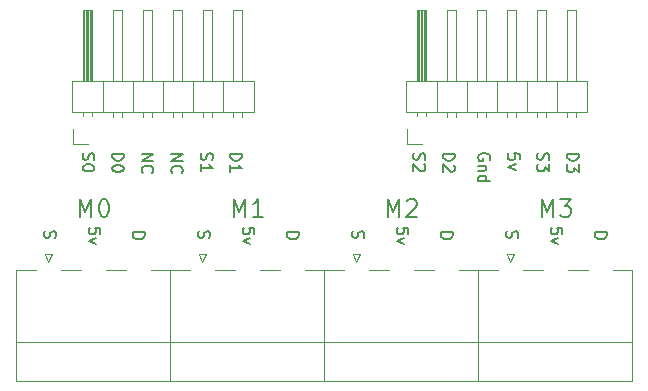
<source format=gbr>
G04 #@! TF.GenerationSoftware,KiCad,Pcbnew,(5.1.5)-3*
G04 #@! TF.CreationDate,2020-03-16T11:49:10-04:00*
G04 #@! TF.ProjectId,Step_Direction_Board,53746570-5f44-4697-9265-6374696f6e5f,rev?*
G04 #@! TF.SameCoordinates,PX7270e00PY78a3ca0*
G04 #@! TF.FileFunction,Legend,Top*
G04 #@! TF.FilePolarity,Positive*
%FSLAX46Y46*%
G04 Gerber Fmt 4.6, Leading zero omitted, Abs format (unit mm)*
G04 Created by KiCad (PCBNEW (5.1.5)-3) date 2020-03-16 11:49:10*
%MOMM*%
%LPD*%
G04 APERTURE LIST*
%ADD10C,0.150000*%
%ADD11C,0.120000*%
G04 APERTURE END LIST*
D10*
X53047619Y15164405D02*
X54047619Y15164405D01*
X54047619Y14926310D01*
X54000000Y14783453D01*
X53904761Y14688215D01*
X53809523Y14640596D01*
X53619047Y14592977D01*
X53476190Y14592977D01*
X53285714Y14640596D01*
X53190476Y14688215D01*
X53095238Y14783453D01*
X53047619Y14926310D01*
X53047619Y15164405D01*
X54047619Y14259643D02*
X54047619Y13640596D01*
X53666666Y13973929D01*
X53666666Y13831072D01*
X53619047Y13735834D01*
X53571428Y13688215D01*
X53476190Y13640596D01*
X53238095Y13640596D01*
X53142857Y13688215D01*
X53095238Y13735834D01*
X53047619Y13831072D01*
X53047619Y14116786D01*
X53095238Y14212024D01*
X53142857Y14259643D01*
X50595238Y15212024D02*
X50547619Y15069167D01*
X50547619Y14831072D01*
X50595238Y14735834D01*
X50642857Y14688215D01*
X50738095Y14640596D01*
X50833333Y14640596D01*
X50928571Y14688215D01*
X50976190Y14735834D01*
X51023809Y14831072D01*
X51071428Y15021548D01*
X51119047Y15116786D01*
X51166666Y15164405D01*
X51261904Y15212024D01*
X51357142Y15212024D01*
X51452380Y15164405D01*
X51500000Y15116786D01*
X51547619Y15021548D01*
X51547619Y14783453D01*
X51500000Y14640596D01*
X51547619Y14307262D02*
X51547619Y13688215D01*
X51166666Y14021548D01*
X51166666Y13878691D01*
X51119047Y13783453D01*
X51071428Y13735834D01*
X50976190Y13688215D01*
X50738095Y13688215D01*
X50642857Y13735834D01*
X50595238Y13783453D01*
X50547619Y13878691D01*
X50547619Y14164405D01*
X50595238Y14259643D01*
X50642857Y14307262D01*
X42547619Y15164405D02*
X43547619Y15164405D01*
X43547619Y14926310D01*
X43500000Y14783453D01*
X43404761Y14688215D01*
X43309523Y14640596D01*
X43119047Y14592977D01*
X42976190Y14592977D01*
X42785714Y14640596D01*
X42690476Y14688215D01*
X42595238Y14783453D01*
X42547619Y14926310D01*
X42547619Y15164405D01*
X43452380Y14212024D02*
X43500000Y14164405D01*
X43547619Y14069167D01*
X43547619Y13831072D01*
X43500000Y13735834D01*
X43452380Y13688215D01*
X43357142Y13640596D01*
X43261904Y13640596D01*
X43119047Y13688215D01*
X42547619Y14259643D01*
X42547619Y13640596D01*
X40095238Y15212024D02*
X40047619Y15069167D01*
X40047619Y14831072D01*
X40095238Y14735834D01*
X40142857Y14688215D01*
X40238095Y14640596D01*
X40333333Y14640596D01*
X40428571Y14688215D01*
X40476190Y14735834D01*
X40523809Y14831072D01*
X40571428Y15021548D01*
X40619047Y15116786D01*
X40666666Y15164405D01*
X40761904Y15212024D01*
X40857142Y15212024D01*
X40952380Y15164405D01*
X41000000Y15116786D01*
X41047619Y15021548D01*
X41047619Y14783453D01*
X41000000Y14640596D01*
X40952380Y14259643D02*
X41000000Y14212024D01*
X41047619Y14116786D01*
X41047619Y13878691D01*
X41000000Y13783453D01*
X40952380Y13735834D01*
X40857142Y13688215D01*
X40761904Y13688215D01*
X40619047Y13735834D01*
X40047619Y14307262D01*
X40047619Y13688215D01*
X24547619Y15164405D02*
X25547619Y15164405D01*
X25547619Y14926310D01*
X25500000Y14783453D01*
X25404761Y14688215D01*
X25309523Y14640596D01*
X25119047Y14592977D01*
X24976190Y14592977D01*
X24785714Y14640596D01*
X24690476Y14688215D01*
X24595238Y14783453D01*
X24547619Y14926310D01*
X24547619Y15164405D01*
X24547619Y13640596D02*
X24547619Y14212024D01*
X24547619Y13926310D02*
X25547619Y13926310D01*
X25404761Y14021548D01*
X25309523Y14116786D01*
X25261904Y14212024D01*
X22095238Y15212024D02*
X22047619Y15069167D01*
X22047619Y14831072D01*
X22095238Y14735834D01*
X22142857Y14688215D01*
X22238095Y14640596D01*
X22333333Y14640596D01*
X22428571Y14688215D01*
X22476190Y14735834D01*
X22523809Y14831072D01*
X22571428Y15021548D01*
X22619047Y15116786D01*
X22666666Y15164405D01*
X22761904Y15212024D01*
X22857142Y15212024D01*
X22952380Y15164405D01*
X23000000Y15116786D01*
X23047619Y15021548D01*
X23047619Y14783453D01*
X23000000Y14640596D01*
X22047619Y13688215D02*
X22047619Y14259643D01*
X22047619Y13973929D02*
X23047619Y13973929D01*
X22904761Y14069167D01*
X22809523Y14164405D01*
X22761904Y14259643D01*
X19547619Y15164405D02*
X20547619Y15164405D01*
X19547619Y14592977D01*
X20547619Y14592977D01*
X19642857Y13545358D02*
X19595238Y13592977D01*
X19547619Y13735834D01*
X19547619Y13831072D01*
X19595238Y13973929D01*
X19690476Y14069167D01*
X19785714Y14116786D01*
X19976190Y14164405D01*
X20119047Y14164405D01*
X20309523Y14116786D01*
X20404761Y14069167D01*
X20500000Y13973929D01*
X20547619Y13831072D01*
X20547619Y13735834D01*
X20500000Y13592977D01*
X20452380Y13545358D01*
X17047619Y15164405D02*
X18047619Y15164405D01*
X17047619Y14592977D01*
X18047619Y14592977D01*
X17142857Y13545358D02*
X17095238Y13592977D01*
X17047619Y13735834D01*
X17047619Y13831072D01*
X17095238Y13973929D01*
X17190476Y14069167D01*
X17285714Y14116786D01*
X17476190Y14164405D01*
X17619047Y14164405D01*
X17809523Y14116786D01*
X17904761Y14069167D01*
X18000000Y13973929D01*
X18047619Y13831072D01*
X18047619Y13735834D01*
X18000000Y13592977D01*
X17952380Y13545358D01*
X14547619Y15164405D02*
X15547619Y15164405D01*
X15547619Y14926310D01*
X15500000Y14783453D01*
X15404761Y14688215D01*
X15309523Y14640596D01*
X15119047Y14592977D01*
X14976190Y14592977D01*
X14785714Y14640596D01*
X14690476Y14688215D01*
X14595238Y14783453D01*
X14547619Y14926310D01*
X14547619Y15164405D01*
X15547619Y13973929D02*
X15547619Y13878691D01*
X15500000Y13783453D01*
X15452380Y13735834D01*
X15357142Y13688215D01*
X15166666Y13640596D01*
X14928571Y13640596D01*
X14738095Y13688215D01*
X14642857Y13735834D01*
X14595238Y13783453D01*
X14547619Y13878691D01*
X14547619Y13973929D01*
X14595238Y14069167D01*
X14642857Y14116786D01*
X14738095Y14164405D01*
X14928571Y14212024D01*
X15166666Y14212024D01*
X15357142Y14164405D01*
X15452380Y14116786D01*
X15500000Y14069167D01*
X15547619Y13973929D01*
X12095238Y15212024D02*
X12047619Y15069167D01*
X12047619Y14831072D01*
X12095238Y14735834D01*
X12142857Y14688215D01*
X12238095Y14640596D01*
X12333333Y14640596D01*
X12428571Y14688215D01*
X12476190Y14735834D01*
X12523809Y14831072D01*
X12571428Y15021548D01*
X12619047Y15116786D01*
X12666666Y15164405D01*
X12761904Y15212024D01*
X12857142Y15212024D01*
X12952380Y15164405D01*
X13000000Y15116786D01*
X13047619Y15021548D01*
X13047619Y14783453D01*
X13000000Y14640596D01*
X13047619Y14021548D02*
X13047619Y13926310D01*
X13000000Y13831072D01*
X12952380Y13783453D01*
X12857142Y13735834D01*
X12666666Y13688215D01*
X12428571Y13688215D01*
X12238095Y13735834D01*
X12142857Y13783453D01*
X12095238Y13831072D01*
X12047619Y13926310D01*
X12047619Y14021548D01*
X12095238Y14116786D01*
X12142857Y14164405D01*
X12238095Y14212024D01*
X12428571Y14259643D01*
X12666666Y14259643D01*
X12857142Y14212024D01*
X12952380Y14164405D01*
X13000000Y14116786D01*
X13047619Y14021548D01*
X55417619Y8511905D02*
X56417619Y8511905D01*
X56417619Y8273810D01*
X56370000Y8130953D01*
X56274761Y8035715D01*
X56179523Y7988096D01*
X55989047Y7940477D01*
X55846190Y7940477D01*
X55655714Y7988096D01*
X55560476Y8035715D01*
X55465238Y8130953D01*
X55417619Y8273810D01*
X55417619Y8511905D01*
X42377619Y8511905D02*
X43377619Y8511905D01*
X43377619Y8273810D01*
X43330000Y8130953D01*
X43234761Y8035715D01*
X43139523Y7988096D01*
X42949047Y7940477D01*
X42806190Y7940477D01*
X42615714Y7988096D01*
X42520476Y8035715D01*
X42425238Y8130953D01*
X42377619Y8273810D01*
X42377619Y8511905D01*
X29337619Y8511905D02*
X30337619Y8511905D01*
X30337619Y8273810D01*
X30290000Y8130953D01*
X30194761Y8035715D01*
X30099523Y7988096D01*
X29909047Y7940477D01*
X29766190Y7940477D01*
X29575714Y7988096D01*
X29480476Y8035715D01*
X29385238Y8130953D01*
X29337619Y8273810D01*
X29337619Y8511905D01*
X52667619Y8392858D02*
X52667619Y8869048D01*
X52191428Y8916667D01*
X52239047Y8869048D01*
X52286666Y8773810D01*
X52286666Y8535715D01*
X52239047Y8440477D01*
X52191428Y8392858D01*
X52096190Y8345239D01*
X51858095Y8345239D01*
X51762857Y8392858D01*
X51715238Y8440477D01*
X51667619Y8535715D01*
X51667619Y8773810D01*
X51715238Y8869048D01*
X51762857Y8916667D01*
X52334285Y8011905D02*
X51667619Y7773810D01*
X52334285Y7535715D01*
X39627619Y8392858D02*
X39627619Y8869048D01*
X39151428Y8916667D01*
X39199047Y8869048D01*
X39246666Y8773810D01*
X39246666Y8535715D01*
X39199047Y8440477D01*
X39151428Y8392858D01*
X39056190Y8345239D01*
X38818095Y8345239D01*
X38722857Y8392858D01*
X38675238Y8440477D01*
X38627619Y8535715D01*
X38627619Y8773810D01*
X38675238Y8869048D01*
X38722857Y8916667D01*
X39294285Y8011905D02*
X38627619Y7773810D01*
X39294285Y7535715D01*
X26587619Y8392858D02*
X26587619Y8869048D01*
X26111428Y8916667D01*
X26159047Y8869048D01*
X26206666Y8773810D01*
X26206666Y8535715D01*
X26159047Y8440477D01*
X26111428Y8392858D01*
X26016190Y8345239D01*
X25778095Y8345239D01*
X25682857Y8392858D01*
X25635238Y8440477D01*
X25587619Y8535715D01*
X25587619Y8773810D01*
X25635238Y8869048D01*
X25682857Y8916667D01*
X26254285Y8011905D02*
X25587619Y7773810D01*
X26254285Y7535715D01*
X47965238Y8609405D02*
X47917619Y8466548D01*
X47917619Y8228453D01*
X47965238Y8133215D01*
X48012857Y8085596D01*
X48108095Y8037977D01*
X48203333Y8037977D01*
X48298571Y8085596D01*
X48346190Y8133215D01*
X48393809Y8228453D01*
X48441428Y8418929D01*
X48489047Y8514167D01*
X48536666Y8561786D01*
X48631904Y8609405D01*
X48727142Y8609405D01*
X48822380Y8561786D01*
X48870000Y8514167D01*
X48917619Y8418929D01*
X48917619Y8180834D01*
X48870000Y8037977D01*
X34925238Y8609405D02*
X34877619Y8466548D01*
X34877619Y8228453D01*
X34925238Y8133215D01*
X34972857Y8085596D01*
X35068095Y8037977D01*
X35163333Y8037977D01*
X35258571Y8085596D01*
X35306190Y8133215D01*
X35353809Y8228453D01*
X35401428Y8418929D01*
X35449047Y8514167D01*
X35496666Y8561786D01*
X35591904Y8609405D01*
X35687142Y8609405D01*
X35782380Y8561786D01*
X35830000Y8514167D01*
X35877619Y8418929D01*
X35877619Y8180834D01*
X35830000Y8037977D01*
X21885238Y8609405D02*
X21837619Y8466548D01*
X21837619Y8228453D01*
X21885238Y8133215D01*
X21932857Y8085596D01*
X22028095Y8037977D01*
X22123333Y8037977D01*
X22218571Y8085596D01*
X22266190Y8133215D01*
X22313809Y8228453D01*
X22361428Y8418929D01*
X22409047Y8514167D01*
X22456666Y8561786D01*
X22551904Y8609405D01*
X22647142Y8609405D01*
X22742380Y8561786D01*
X22790000Y8514167D01*
X22837619Y8418929D01*
X22837619Y8180834D01*
X22790000Y8037977D01*
X46500000Y14640596D02*
X46547619Y14735834D01*
X46547619Y14878691D01*
X46500000Y15021548D01*
X46404761Y15116786D01*
X46309523Y15164405D01*
X46119047Y15212024D01*
X45976190Y15212024D01*
X45785714Y15164405D01*
X45690476Y15116786D01*
X45595238Y15021548D01*
X45547619Y14878691D01*
X45547619Y14783453D01*
X45595238Y14640596D01*
X45642857Y14592977D01*
X45976190Y14592977D01*
X45976190Y14783453D01*
X46214285Y14164405D02*
X45547619Y14164405D01*
X46119047Y14164405D02*
X46166666Y14116786D01*
X46214285Y14021548D01*
X46214285Y13878691D01*
X46166666Y13783453D01*
X46071428Y13735834D01*
X45547619Y13735834D01*
X45547619Y12831072D02*
X46547619Y12831072D01*
X45595238Y12831072D02*
X45547619Y12926310D01*
X45547619Y13116786D01*
X45595238Y13212024D01*
X45642857Y13259643D01*
X45738095Y13307262D01*
X46023809Y13307262D01*
X46119047Y13259643D01*
X46166666Y13212024D01*
X46214285Y13116786D01*
X46214285Y12926310D01*
X46166666Y12831072D01*
X49047619Y14688215D02*
X49047619Y15164405D01*
X48571428Y15212024D01*
X48619047Y15164405D01*
X48666666Y15069167D01*
X48666666Y14831072D01*
X48619047Y14735834D01*
X48571428Y14688215D01*
X48476190Y14640596D01*
X48238095Y14640596D01*
X48142857Y14688215D01*
X48095238Y14735834D01*
X48047619Y14831072D01*
X48047619Y15069167D01*
X48095238Y15164405D01*
X48142857Y15212024D01*
X48714285Y14307262D02*
X48047619Y14069167D01*
X48714285Y13831072D01*
X50905714Y9821429D02*
X50905714Y11321429D01*
X51405714Y10250000D01*
X51905714Y11321429D01*
X51905714Y9821429D01*
X52477142Y11321429D02*
X53405714Y11321429D01*
X52905714Y10750000D01*
X53120000Y10750000D01*
X53262857Y10678572D01*
X53334285Y10607143D01*
X53405714Y10464286D01*
X53405714Y10107143D01*
X53334285Y9964286D01*
X53262857Y9892858D01*
X53120000Y9821429D01*
X52691428Y9821429D01*
X52548571Y9892858D01*
X52477142Y9964286D01*
X37865714Y9821429D02*
X37865714Y11321429D01*
X38365714Y10250000D01*
X38865714Y11321429D01*
X38865714Y9821429D01*
X39508571Y11178572D02*
X39580000Y11250000D01*
X39722857Y11321429D01*
X40080000Y11321429D01*
X40222857Y11250000D01*
X40294285Y11178572D01*
X40365714Y11035715D01*
X40365714Y10892858D01*
X40294285Y10678572D01*
X39437142Y9821429D01*
X40365714Y9821429D01*
X24825714Y9821429D02*
X24825714Y11321429D01*
X25325714Y10250000D01*
X25825714Y11321429D01*
X25825714Y9821429D01*
X27325714Y9821429D02*
X26468571Y9821429D01*
X26897142Y9821429D02*
X26897142Y11321429D01*
X26754285Y11107143D01*
X26611428Y10964286D01*
X26468571Y10892858D01*
X11785714Y9821429D02*
X11785714Y11321429D01*
X12285714Y10250000D01*
X12785714Y11321429D01*
X12785714Y9821429D01*
X13785714Y11321429D02*
X13928571Y11321429D01*
X14071428Y11250000D01*
X14142857Y11178572D01*
X14214285Y11035715D01*
X14285714Y10750000D01*
X14285714Y10392858D01*
X14214285Y10107143D01*
X14142857Y9964286D01*
X14071428Y9892858D01*
X13928571Y9821429D01*
X13785714Y9821429D01*
X13642857Y9892858D01*
X13571428Y9964286D01*
X13500000Y10107143D01*
X13428571Y10392858D01*
X13428571Y10750000D01*
X13500000Y11035715D01*
X13571428Y11178572D01*
X13642857Y11250000D01*
X13785714Y11321429D01*
X13547619Y8392858D02*
X13547619Y8869048D01*
X13071428Y8916667D01*
X13119047Y8869048D01*
X13166666Y8773810D01*
X13166666Y8535715D01*
X13119047Y8440477D01*
X13071428Y8392858D01*
X12976190Y8345239D01*
X12738095Y8345239D01*
X12642857Y8392858D01*
X12595238Y8440477D01*
X12547619Y8535715D01*
X12547619Y8773810D01*
X12595238Y8869048D01*
X12642857Y8916667D01*
X13214285Y8011905D02*
X12547619Y7773810D01*
X13214285Y7535715D01*
X16297619Y8511905D02*
X17297619Y8511905D01*
X17297619Y8273810D01*
X17250000Y8130953D01*
X17154761Y8035715D01*
X17059523Y7988096D01*
X16869047Y7940477D01*
X16726190Y7940477D01*
X16535714Y7988096D01*
X16440476Y8035715D01*
X16345238Y8130953D01*
X16297619Y8273810D01*
X16297619Y8511905D01*
X8845238Y8609405D02*
X8797619Y8466548D01*
X8797619Y8228453D01*
X8845238Y8133215D01*
X8892857Y8085596D01*
X8988095Y8037977D01*
X9083333Y8037977D01*
X9178571Y8085596D01*
X9226190Y8133215D01*
X9273809Y8228453D01*
X9321428Y8418929D01*
X9369047Y8514167D01*
X9416666Y8561786D01*
X9511904Y8609405D01*
X9607142Y8609405D01*
X9702380Y8561786D01*
X9750000Y8514167D01*
X9797619Y8418929D01*
X9797619Y8180834D01*
X9750000Y8037977D01*
D11*
X11230000Y15980000D02*
X11230000Y17250000D01*
X12500000Y15980000D02*
X11230000Y15980000D01*
X25580000Y18292929D02*
X25580000Y18690000D01*
X24820000Y18292929D02*
X24820000Y18690000D01*
X25580000Y27350000D02*
X25580000Y21350000D01*
X24820000Y27350000D02*
X25580000Y27350000D01*
X24820000Y21350000D02*
X24820000Y27350000D01*
X23930000Y18690000D02*
X23930000Y21350000D01*
X23040000Y18292929D02*
X23040000Y18690000D01*
X22280000Y18292929D02*
X22280000Y18690000D01*
X23040000Y27350000D02*
X23040000Y21350000D01*
X22280000Y27350000D02*
X23040000Y27350000D01*
X22280000Y21350000D02*
X22280000Y27350000D01*
X21390000Y18690000D02*
X21390000Y21350000D01*
X20500000Y18292929D02*
X20500000Y18690000D01*
X19740000Y18292929D02*
X19740000Y18690000D01*
X20500000Y27350000D02*
X20500000Y21350000D01*
X19740000Y27350000D02*
X20500000Y27350000D01*
X19740000Y21350000D02*
X19740000Y27350000D01*
X18850000Y18690000D02*
X18850000Y21350000D01*
X17960000Y18292929D02*
X17960000Y18690000D01*
X17200000Y18292929D02*
X17200000Y18690000D01*
X17960000Y27350000D02*
X17960000Y21350000D01*
X17200000Y27350000D02*
X17960000Y27350000D01*
X17200000Y21350000D02*
X17200000Y27350000D01*
X16310000Y18690000D02*
X16310000Y21350000D01*
X15420000Y18292929D02*
X15420000Y18690000D01*
X14660000Y18292929D02*
X14660000Y18690000D01*
X15420000Y27350000D02*
X15420000Y21350000D01*
X14660000Y27350000D02*
X15420000Y27350000D01*
X14660000Y21350000D02*
X14660000Y27350000D01*
X13770000Y18690000D02*
X13770000Y21350000D01*
X12880000Y18360000D02*
X12880000Y18690000D01*
X12120000Y18360000D02*
X12120000Y18690000D01*
X12780000Y21350000D02*
X12780000Y27350000D01*
X12660000Y21350000D02*
X12660000Y27350000D01*
X12540000Y21350000D02*
X12540000Y27350000D01*
X12420000Y21350000D02*
X12420000Y27350000D01*
X12300000Y21350000D02*
X12300000Y27350000D01*
X12180000Y21350000D02*
X12180000Y27350000D01*
X12880000Y27350000D02*
X12880000Y21350000D01*
X12120000Y27350000D02*
X12880000Y27350000D01*
X12120000Y21350000D02*
X12120000Y27350000D01*
X11170000Y21350000D02*
X11170000Y18690000D01*
X26530000Y21350000D02*
X11170000Y21350000D01*
X26530000Y18690000D02*
X26530000Y21350000D01*
X11170000Y18690000D02*
X26530000Y18690000D01*
X39480000Y15980000D02*
X39480000Y17250000D01*
X40750000Y15980000D02*
X39480000Y15980000D01*
X53830000Y18292929D02*
X53830000Y18690000D01*
X53070000Y18292929D02*
X53070000Y18690000D01*
X53830000Y27350000D02*
X53830000Y21350000D01*
X53070000Y27350000D02*
X53830000Y27350000D01*
X53070000Y21350000D02*
X53070000Y27350000D01*
X52180000Y18690000D02*
X52180000Y21350000D01*
X51290000Y18292929D02*
X51290000Y18690000D01*
X50530000Y18292929D02*
X50530000Y18690000D01*
X51290000Y27350000D02*
X51290000Y21350000D01*
X50530000Y27350000D02*
X51290000Y27350000D01*
X50530000Y21350000D02*
X50530000Y27350000D01*
X49640000Y18690000D02*
X49640000Y21350000D01*
X48750000Y18292929D02*
X48750000Y18690000D01*
X47990000Y18292929D02*
X47990000Y18690000D01*
X48750000Y27350000D02*
X48750000Y21350000D01*
X47990000Y27350000D02*
X48750000Y27350000D01*
X47990000Y21350000D02*
X47990000Y27350000D01*
X47100000Y18690000D02*
X47100000Y21350000D01*
X46210000Y18292929D02*
X46210000Y18690000D01*
X45450000Y18292929D02*
X45450000Y18690000D01*
X46210000Y27350000D02*
X46210000Y21350000D01*
X45450000Y27350000D02*
X46210000Y27350000D01*
X45450000Y21350000D02*
X45450000Y27350000D01*
X44560000Y18690000D02*
X44560000Y21350000D01*
X43670000Y18292929D02*
X43670000Y18690000D01*
X42910000Y18292929D02*
X42910000Y18690000D01*
X43670000Y27350000D02*
X43670000Y21350000D01*
X42910000Y27350000D02*
X43670000Y27350000D01*
X42910000Y21350000D02*
X42910000Y27350000D01*
X42020000Y18690000D02*
X42020000Y21350000D01*
X41130000Y18360000D02*
X41130000Y18690000D01*
X40370000Y18360000D02*
X40370000Y18690000D01*
X41030000Y21350000D02*
X41030000Y27350000D01*
X40910000Y21350000D02*
X40910000Y27350000D01*
X40790000Y21350000D02*
X40790000Y27350000D01*
X40670000Y21350000D02*
X40670000Y27350000D01*
X40550000Y21350000D02*
X40550000Y27350000D01*
X40430000Y21350000D02*
X40430000Y27350000D01*
X41130000Y27350000D02*
X41130000Y21350000D01*
X40370000Y27350000D02*
X41130000Y27350000D01*
X40370000Y21350000D02*
X40370000Y27350000D01*
X39420000Y21350000D02*
X39420000Y18690000D01*
X54780000Y21350000D02*
X39420000Y21350000D01*
X54780000Y18690000D02*
X54780000Y21350000D01*
X39420000Y18690000D02*
X54780000Y18690000D01*
X34911055Y6636653D02*
X35511055Y6636653D01*
X35211055Y6036653D02*
X34911055Y6636653D01*
X35511055Y6636653D02*
X35211055Y6036653D01*
X32501055Y-763347D02*
X45541055Y-763347D01*
X40071055Y5346653D02*
X41781055Y5346653D01*
X36261055Y5346653D02*
X37971055Y5346653D01*
X45541055Y5346653D02*
X43881055Y5346653D01*
X32501055Y5346653D02*
X34161055Y5346653D01*
X45541055Y-4073347D02*
X45541055Y5346653D01*
X32501055Y-4073347D02*
X45541055Y-4073347D01*
X32501055Y5346653D02*
X32501055Y-4073347D01*
X47951055Y6636653D02*
X48551055Y6636653D01*
X48251055Y6036653D02*
X47951055Y6636653D01*
X48551055Y6636653D02*
X48251055Y6036653D01*
X45541055Y-763347D02*
X58581055Y-763347D01*
X53111055Y5346653D02*
X54821055Y5346653D01*
X49301055Y5346653D02*
X51011055Y5346653D01*
X58581055Y5346653D02*
X56921055Y5346653D01*
X45541055Y5346653D02*
X47201055Y5346653D01*
X58581055Y-4073347D02*
X58581055Y5346653D01*
X45541055Y-4073347D02*
X58581055Y-4073347D01*
X45541055Y5346653D02*
X45541055Y-4073347D01*
X21871055Y6636653D02*
X22471055Y6636653D01*
X22171055Y6036653D02*
X21871055Y6636653D01*
X22471055Y6636653D02*
X22171055Y6036653D01*
X19461055Y-763347D02*
X32501055Y-763347D01*
X27031055Y5346653D02*
X28741055Y5346653D01*
X23221055Y5346653D02*
X24931055Y5346653D01*
X32501055Y5346653D02*
X30841055Y5346653D01*
X19461055Y5346653D02*
X21121055Y5346653D01*
X32501055Y-4073347D02*
X32501055Y5346653D01*
X19461055Y-4073347D02*
X32501055Y-4073347D01*
X19461055Y5346653D02*
X19461055Y-4073347D01*
X8831055Y6636653D02*
X9431055Y6636653D01*
X9131055Y6036653D02*
X8831055Y6636653D01*
X9431055Y6636653D02*
X9131055Y6036653D01*
X6421055Y-763347D02*
X19461055Y-763347D01*
X13991055Y5346653D02*
X15701055Y5346653D01*
X10181055Y5346653D02*
X11891055Y5346653D01*
X19461055Y5346653D02*
X17801055Y5346653D01*
X6421055Y5346653D02*
X8081055Y5346653D01*
X19461055Y-4073347D02*
X19461055Y5346653D01*
X6421055Y-4073347D02*
X19461055Y-4073347D01*
X6421055Y5346653D02*
X6421055Y-4073347D01*
M02*

</source>
